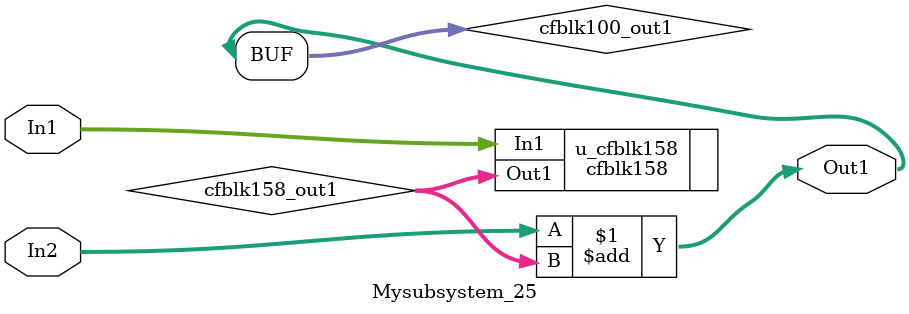
<source format=v>



`timescale 1 ns / 1 ns

module Mysubsystem_25
          (In1,
           In2,
           Out1);


  input   [7:0] In1;  // uint8
  input   [7:0] In2;  // uint8
  output  [7:0] Out1;  // uint8


  wire [7:0] cfblk158_out1;  // uint8
  wire [7:0] cfblk100_out1;  // uint8


  cfblk158 u_cfblk158 (.In1(In1),  // uint8
                       .Out1(cfblk158_out1)  // uint8
                       );

  assign cfblk100_out1 = In2 + cfblk158_out1;



  assign Out1 = cfblk100_out1;

endmodule  // Mysubsystem_25


</source>
